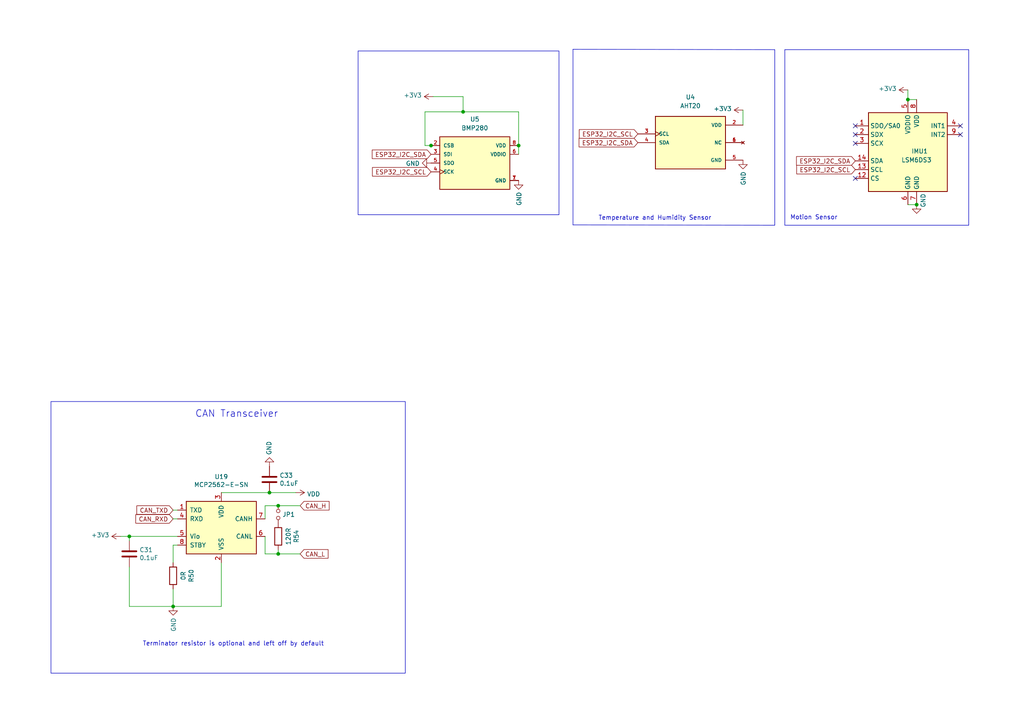
<source format=kicad_sch>
(kicad_sch (version 20230121) (generator eeschema)
  (paper "A4")
  (title_block (title "OPEN ECU") (date "2023-12-14") (rev "12-2023") (company "WWW.AEONLABS.SCIENCE") (comment 1 "https://github.com/aeonSolutions/AeonLabs-AI-Volvo-MKII-Open-Hardware") (comment 2 "Creative Commons Share alike non commercial"))
  (lib_symbols
    (symbol "AeonLabs_Sensors:BMP280" (pin_names (offset 1.016))
      (property "Reference" "U" (at -10.1796 7.6347 0))
      (property "Value" "BMP280" (at -10.1693 -10.1693 0))
      (symbol "BMP280_0_0"
        (rectangle (start -10.16 -7.62) (end 10.16 7.62) (stroke (width 0.254)) (fill (type background)))
        (pin power_in line (at 12.7 -5.08 180) (length 2.54) (name "GND") (number "1"))
        (pin input line (at -12.7 5.08 0) (length 2.54) (name "CSB") (number "2"))
        (pin bidirectional line (at -12.7 2.54 0) (length 2.54) (name "SDI") (number "3"))
        (pin input clock (at -12.7 -2.54 0) (length 2.54) (name "SCK") (number "4"))
        (pin bidirectional line (at -12.7 0 0) (length 2.54) (name "SDO") (number "5"))
        (pin power_in line (at 12.7 2.54 180) (length 2.54) (name "VDDIO") (number "6"))
        (pin power_in line (at 12.7 -5.08 180) (length 2.54) (name "GND") (number "7"))
        (pin power_in line (at 12.7 5.08 180) (length 2.54) (name "VDD") (number "8"))
      )
    )
    (symbol "Device:C" (pin_numbers hide) (pin_names (offset 0.254))
      (property "Reference" "C" (at 0.635 2.54 0))
      (property "Value" "C" (at 0.635 -2.54 0))
      (symbol "C_0_1"
        (polyline (pts (xy -2.032 -0.762) (xy 2.032 -0.762)) (stroke (width 0.508)))
        (polyline (pts (xy -2.032 0.762) (xy 2.032 0.762)) (stroke (width 0.508)))
      )
      (symbol "C_1_1"
        (pin passive line (at 0 3.81 270) (length 2.794) (name "~") (number "1"))
        (pin passive line (at 0 -3.81 90) (length 2.794) (name "~") (number "2"))
      )
    )
    (symbol "Device:Jumper_NO_Small" (pin_numbers hide) (pin_names (offset 0.762) hide)
      (property "Reference" "JP" (at 0 2.032 0))
      (property "Value" "Device_Jumper_NO_Small" (at 0.254 -1.524 0))
      (symbol "Jumper_NO_Small_0_1"
        (circle (center -1.016 0) (radius 0.508))
        (circle (center 1.016 0) (radius 0.508))
        (pin passive line (at -2.54 0 0) (length 1.016) (name "1") (number "1"))
        (pin passive line (at 2.54 0 180) (length 1.016) (name "2") (number "2"))
      )
    )
    (symbol "Device:R" (pin_numbers hide) (pin_names (offset 0))
      (property "Reference" "R" (at 2.032 0 90))
      (property "Value" "R" (at 0 0 90))
      (symbol "R_0_1"
        (rectangle (start -1.016 -2.54) (end 1.016 2.54) (stroke (width 0.254)))
      )
      (symbol "R_1_1"
        (pin passive line (at 0 3.81 270) (length 1.27) (name "~") (number "1"))
        (pin passive line (at 0 -3.81 90) (length 1.27) (name "~") (number "2"))
      )
    )
    (symbol "Interface_CAN_LIN:MCP2562-E-SN" (pin_names (offset 1.016))
      (property "Reference" "U" (at -10.16 8.89 0))
      (property "Value" "MCP2562-E-SN" (at 2.54 8.89 0))
      (symbol "MCP2562-E-SN_0_1"
        (rectangle (start -10.16 7.62) (end 10.16 -7.62) (stroke (width 0.254)) (fill (type background)))
      )
      (symbol "MCP2562-E-SN_1_1"
        (pin input line (at -12.7 5.08 0) (length 2.54) (name "TXD") (number "1"))
        (pin power_in line (at 0 -10.16 90) (length 2.54) (name "VSS") (number "2"))
        (pin power_in line (at 0 10.16 270) (length 2.54) (name "VDD") (number "3"))
        (pin output line (at -12.7 2.54 0) (length 2.54) (name "RXD") (number "4"))
        (pin power_in line (at -12.7 -2.54 0) (length 2.54) (name "Vio") (number "5"))
        (pin bidirectional line (at 12.7 -2.54 180) (length 2.54) (name "CANL") (number "6"))
        (pin bidirectional line (at 12.7 2.54 180) (length 2.54) (name "CANH") (number "7"))
        (pin input line (at -12.7 -5.08 0) (length 2.54) (name "STBY") (number "8"))
      )
    )
    (symbol "Sensor:AHT20" (pin_names (offset 1.016))
      (property "Reference" "U" (at -10.16 8.509 0))
      (property "Value" "AHT20" (at -10.16 -10.16 0))
      (symbol "AHT20_0_0"
        (rectangle (start -10.16 -7.62) (end 10.16 7.62) (stroke (width 0.254)) (fill (type background)))
        (pin no_connect line (at 15.24 0 180) (length 5.08) (name "NC") (number "1"))
        (pin power_in line (at 15.24 5.08 180) (length 5.08) (name "VDD") (number "2"))
        (pin input clock (at -15.24 2.54 0) (length 5.08) (name "SCL") (number "3"))
        (pin bidirectional line (at -15.24 0 0) (length 5.08) (name "SDA") (number "4"))
        (pin power_in line (at 15.24 -5.08 180) (length 5.08) (name "GND") (number "5"))
        (pin no_connect line (at 15.24 0 180) (length 5.08) (name "NC") (number "6"))
      )
    )
    (symbol "Sensor_Motion:LSM6DS3"
      (property "Reference" "U" (at -11.43 15.24 0))
      (property "Value" "LSM6DS3" (at -11.43 12.7 0))
      (symbol "LSM6DS3_0_1"
        (rectangle (start 11.43 11.43) (end -11.43 -11.43) (stroke (width 0.254)) (fill (type background)))
      )
      (symbol "LSM6DS3_1_1"
        (pin bidirectional line (at -15.24 7.62 0) (length 3.81) (name "SDO/SA0") (number "1"))
        (pin no_connect line (at 10.16 -5.08 180) (length 3.81) hide (name "NC") (number "10"))
        (pin no_connect line (at 10.16 -2.54 180) (length 3.81) hide (name "NC") (number "11"))
        (pin input line (at -15.24 -7.62 0) (length 3.81) (name "CS") (number "12"))
        (pin input line (at -15.24 -5.08 0) (length 3.81) (name "SCL") (number "13"))
        (pin bidirectional line (at -15.24 -2.54 0) (length 3.81) (name "SDA") (number "14"))
        (pin bidirectional line (at -15.24 5.08 0) (length 3.81) (name "SDX") (number "2"))
        (pin input line (at -15.24 2.54 0) (length 3.81) (name "SCX") (number "3"))
        (pin output line (at 15.24 7.62 180) (length 3.81) (name "INT1") (number "4"))
        (pin power_in line (at 0 15.24 270) (length 3.81) (name "VDDIO") (number "5"))
        (pin power_in line (at 0 -15.24 90) (length 3.81) (name "GND") (number "6"))
        (pin power_in line (at 2.54 -15.24 90) (length 3.81) (name "GND") (number "7"))
        (pin power_in line (at 2.54 15.24 270) (length 3.81) (name "VDD") (number "8"))
        (pin output line (at 15.24 5.08 180) (length 3.81) (name "INT2") (number "9"))
      )
    )
    (symbol "power:+3V3" (power) (pin_names (offset 0))
      (property "Value" "+3V3" (at 0 3.556 0))
      (symbol "+3V3_0_1"
        (polyline (pts (xy -0.762 1.27) (xy 0 2.54)))
        (polyline (pts (xy 0 0) (xy 0 2.54)))
        (polyline (pts (xy 0 2.54) (xy 0.762 1.27)))
      )
      (symbol "+3V3_1_1"
        (pin power_in line (at 0 0 90) (length 0) hide (name "+3V3") (number "1"))
      )
    )
    (symbol "power:GND" (power) (pin_names (offset 0))
      (property "Value" "GND" (at 0 -3.81 0))
      (symbol "GND_0_1"
        (polyline (pts (xy 0 0) (xy 0 -1.27) (xy 1.27 -1.27) (xy 0 -2.54) (xy -1.27 -1.27) (xy 0 -1.27)))
      )
      (symbol "GND_1_1"
        (pin power_in line (at 0 0 270) (length 0) hide (name "GND") (number "1"))
      )
    )
    (symbol "power:VDD" (power) (pin_names (offset 0))
      (property "Value" "VDD" (at 0 3.81 0))
      (symbol "VDD_0_1"
        (polyline (pts (xy -0.762 1.27) (xy 0 2.54)))
        (polyline (pts (xy 0 0) (xy 0 2.54)))
        (polyline (pts (xy 0 2.54) (xy 0.762 1.27)))
      )
      (symbol "VDD_1_1"
        (pin power_in line (at 0 0 90) (length 0) hide (name "VDD") (number "1"))
      )
    )
  )
  (junction (at 80.6958 146.685))
  (junction (at 80.6958 160.655))
  (junction (at 265.8618 59.3598))
  (junction (at 150.4188 42.2148))
  (junction (at 50.2158 175.895))
  (junction (at 134.3152 32.4358))
  (junction (at 37.5158 155.575))
  (junction (at 78.1558 142.875))
  (junction (at 125.0188 42.2148))
  (junction (at 263.3218 28.8798))
  (no_connect (at 248.0818 51.7398))
  (no_connect (at 248.0818 36.4998))
  (no_connect (at 278.5618 36.4998))
  (no_connect (at 248.0818 41.5798))
  (no_connect (at 278.5618 39.0398))
  (no_connect (at 248.0818 39.0398))
  (polyline (pts (xy 227.6348 65.3288) (xy 227.6348 14.4018)))
  (wire (pts (xy 37.5158 155.575) (xy 51.4858 155.575)))
  (wire (pts (xy 134.3152 32.4358) (xy 150.4188 32.4358)))
  (wire (pts (xy 215.4936 31.9278) (xy 215.4936 36.2966)))
  (wire (pts (xy 265.8618 28.8798) (xy 263.3218 28.8798)))
  (wire (pts (xy 265.8618 59.3598) (xy 263.3218 59.3598)))
  (polyline (pts (xy 227.6348 14.4018) (xy 280.9748 14.4018)))
  (wire (pts (xy 78.1558 142.875) (xy 64.1858 142.875)))
  (wire (pts (xy 34.9758 155.575) (xy 37.5158 155.575)))
  (wire (pts (xy 123.2662 42.2148) (xy 123.2662 32.4358)))
  (wire (pts (xy 80.6958 146.685) (xy 87.0458 146.685)))
  (wire (pts (xy 80.6958 159.385) (xy 80.6958 160.655)))
  (wire (pts (xy 37.5158 156.845) (xy 37.5158 155.575)))
  (wire (pts (xy 125.0442 42.2148) (xy 125.0188 42.2148)))
  (wire (pts (xy 76.8858 160.655) (xy 80.6958 160.655)))
  (wire (pts (xy 123.2662 32.4358) (xy 134.3152 32.4358)))
  (wire (pts (xy 50.2158 150.495) (xy 51.4858 150.495)))
  (polyline (pts (xy 166.1922 14.3002) (xy 224.7138 14.4018)))
  (wire (pts (xy 50.2158 147.955) (xy 51.4858 147.955)))
  (wire (pts (xy 150.4188 32.4358) (xy 150.4188 42.2148)))
  (wire (pts (xy 64.1858 163.195) (xy 64.1858 175.895)))
  (wire (pts (xy 125.603 28.0162) (xy 134.3152 28.0162)))
  (wire (pts (xy 76.8858 155.575) (xy 76.8858 160.655)))
  (wire (pts (xy 50.2158 170.815) (xy 50.2158 175.895)))
  (wire (pts (xy 80.6958 146.685) (xy 76.8858 146.685)))
  (wire (pts (xy 64.1858 175.895) (xy 50.2158 175.895)))
  (wire (pts (xy 134.3152 28.0162) (xy 134.3152 32.4358)))
  (wire (pts (xy 150.4188 42.2148) (xy 150.4188 44.7548)))
  (polyline (pts (xy 166.1922 65.2272) (xy 166.1922 14.3002)))
  (wire (pts (xy 80.6958 160.655) (xy 87.0458 160.655)))
  (polyline (pts (xy 166.1922 65.2272) (xy 224.7138 65.3288)))
  (wire (pts (xy 76.8858 146.685) (xy 76.8858 150.495)))
  (polyline (pts (xy 227.6348 65.3288) (xy 280.9748 65.3288)))
  (wire (pts (xy 50.2158 163.195) (xy 50.2158 158.115)))
  (wire (pts (xy 263.3218 26.0858) (xy 263.3218 28.8798)))
  (wire (pts (xy 37.5158 175.895) (xy 50.2158 175.895)))
  (wire (pts (xy 123.2662 42.2148) (xy 125.0188 42.2148)))
  (polyline (pts (xy 280.9748 14.4018) (xy 280.9748 65.3288)))
  (polyline (pts (xy 224.7138 14.4018) (xy 224.7138 65.3288)))
  (wire (pts (xy 85.7758 142.875) (xy 78.1558 142.875)))
  (wire (pts (xy 50.2158 158.115) (xy 51.4858 158.115)))
  (wire (pts (xy 37.5158 164.465) (xy 37.5158 175.895)))
  (rectangle (start 14.7828 116.459) (end 117.5512 195.2498))
  (rectangle (start 103.8606 14.7828) (end 162.1282 62.2808))
  (text "Temperature and Humidity Sensor" (at 173.5328 64.0588 0) (effects (font (size 1.27 1.27)) (justify left bottom)))
  (text "Terminator resistor is optional and left off by default" (at 41.3512 187.5536 0) (effects (font (size 1.27 1.27)) (justify left bottom)))
  (text "CAN Transceiver" (at 56.5658 121.285 0) (effects (font (size 1.9812 1.9812)) (justify left bottom)))
  (text "Motion Sensor" (at 229.1588 63.9318 0) (effects (font (size 1.27 1.27)) (justify left bottom)))
  (global_label "ESP32_I2C_SDA" (shape input) (at 125.0188 44.7548 180) (property "Intersheetrefs" "${INTERSHEET_REFS}" (effects hide)))
  (global_label "CAN_H" (shape input) (at 87.0458 146.685 0) (property "Intersheetrefs" "${INTERSHEET_REFS}" (effects hide)))
  (global_label "CAN_TXD" (shape input) (at 50.2158 147.955 180) (property "Intersheetrefs" "${INTERSHEET_REFS}" (effects hide)))
  (global_label "CAN_L" (shape input) (at 87.0458 160.655 0) (property "Intersheetrefs" "${INTERSHEET_REFS}" (effects hide)))
  (global_label "ESP32_I2C_SCL" (shape input) (at 125.0188 49.8348 180) (property "Intersheetrefs" "${INTERSHEET_REFS}" (effects hide)))
  (global_label "CAN_RXD" (shape input) (at 50.2158 150.495 180) (property "Intersheetrefs" "${INTERSHEET_REFS}" (effects hide)))
  (global_label "ESP32_I2C_SDA" (shape input) (at 248.0818 46.6598 180) (property "Intersheetrefs" "${INTERSHEET_REFS}" (effects hide)))
  (global_label "ESP32_I2C_SDA" (shape input) (at 185.0136 41.3766 180) (property "Intersheetrefs" "${INTERSHEET_REFS}" (effects hide)))
  (global_label "ESP32_I2C_SCL" (shape input) (at 248.0818 49.1998 180) (property "Intersheetrefs" "${INTERSHEET_REFS}" (effects hide)))
  (global_label "ESP32_I2C_SCL" (shape input) (at 185.0136 38.8366 180) (property "Intersheetrefs" "${INTERSHEET_REFS}" (effects hide)))
  (symbol (lib_id "Interface_CAN_LIN:MCP2562-E-SN") (at 64.1858 153.035 0) (unit 1)
    (property "Reference" "U19" (at 64.1858 138.2776 0))
    (property "Value" "MCP2562-E-SN" (at 64.1858 140.589 0))
    (property "Footprint" "Package_SO:SOIC-8_3.9x4.9mm_P1.27mm" (effects hide))
    (property "Datasheet" "http://ww1.microchip.com/downloads/en/DeviceDoc/25167A.pdf" (effects hide))
    (property "Digikey Part Number" "MCP2562-E/SN-ND" (effects hide))
    (property "Manufacturer_Name" "Microchip Technology" (effects hide))
    (property "Manufacturer_Part_Number" "MCP2562-E/SN" (effects hide))
    (property "URL" "https://www.digikey.com.au/products/en?keywords=MCP2562-E-SN" (effects hide))
  )
  (symbol (lib_id "power:GND") (at 50.2158 175.895 0) (unit 1)
    (property "Reference" "#PWR0175" (effects hide))
    (property "Value" "GND" (at 50.3428 179.1462 90) (effects (justify right)))
  )
  (symbol (lib_id "Device:R") (at 80.6958 155.575 180) (unit 1)
    (property "Reference" "R54" (at 85.9536 155.575 90))
    (property "Value" "120R" (at 83.6422 155.575 90))
    (property "Footprint" "Resistor_SMD:R_0805_2012Metric" (effects hide))
    (property "Manufacturer_Name" "Yageo" (effects hide))
    (property "Manufacturer_Part_Number" "RC0805FR-07120RL" (effects hide))
    (property "URL" "https://www.digikey.com/products/en?keywords=311-120CRCT-ND" (effects hide))
    (property "Digikey Part Number" "311-120CRCT-ND" (effects hide))
  )
  (symbol (lib_id "power:VDD") (at 85.7758 142.875 270) (unit 1)
    (property "Reference" "#PWR0202" (effects hide))
    (property "Value" "VDD" (at 89.027 143.3068 90) (effects (justify left)))
  )
  (symbol (lib_id "Device:C") (at 78.1558 139.065 0) (unit 1)
    (property "Reference" "C33" (at 81.0768 137.8966 0) (effects (justify left)))
    (property "Value" "0.1uF" (at 81.0768 140.208 0) (effects (justify left)))
    (property "Footprint" "Capacitor_SMD:C_0805_2012Metric" (effects hide))
    (property "Digikey Part Number" "311-1140-1-ND" (effects hide))
    (property "Manufacturer_Name" "Yageo" (effects hide))
    (property "Manufacturer_Part_Number" "CC0805KRX7R9BB104" (effects hide))
    (property "URL" "https://www.digikey.com.au/product-detail/en/yageo/CC0805KRX7R9BB104/311-1140-1-ND/303050" (effects hide))
  )
  (symbol (lib_id "power:GND") (at 78.1558 135.255 180) (unit 1)
    (property "Reference" "#PWR0203" (effects hide))
    (property "Value" "GND" (at 78.0288 132.0038 90) (effects (justify right)))
  )
  (symbol (lib_id "Device:C") (at 37.5158 160.655 0) (unit 1)
    (property "Reference" "C31" (at 40.4368 159.4866 0) (effects (justify left)))
    (property "Value" "0.1uF" (at 40.4368 161.798 0) (effects (justify left)))
    (property "Footprint" "Capacitor_SMD:C_0805_2012Metric" (effects hide))
    (property "Digikey Part Number" "311-1140-1-ND" (effects hide))
    (property "Manufacturer_Name" "Yageo" (effects hide))
    (property "Manufacturer_Part_Number" "CC0805KRX7R9BB104" (effects hide))
    (property "URL" "https://www.digikey.com.au/product-detail/en/yageo/CC0805KRX7R9BB104/311-1140-1-ND/303050" (effects hide))
  )
  (symbol (lib_id "power:+3V3") (at 34.9758 155.575 90) (unit 1)
    (property "Reference" "#PWR0204" (effects hide))
    (property "Value" "+3V3" (at 31.7246 155.194 90) (effects (justify left)))
  )
  (symbol (lib_id "Device:R") (at 50.2158 167.005 180) (unit 1)
    (property "Reference" "R50" (at 55.4736 167.005 90))
    (property "Value" "0R" (at 53.1622 167.005 90))
    (property "Footprint" "Resistor_SMD:R_0805_2012Metric" (effects hide))
    (property "Manufacturer_Name" "Yageo" (effects hide))
    (property "Manufacturer_Part_Number" "RC0805JR-070RL" (effects hide))
    (property "URL" "https://www.digikey.com.au/product-detail/en/yageo/RC0805JR-070RL/311-0.0ARCT-ND/731163" (effects hide))
    (property "Digikey Part Number" "311-0.0ARCT-ND" (effects hide))
  )
  (symbol (lib_id "Device:Jumper_NO_Small") (at 80.6958 149.225 270) (unit 1)
    (property "Reference" "JP1" (at 81.915 149.225 90) (effects (justify left)))
    (property "Value" "Jumper_NO_Small" (effects hide))
    (property "Footprint" "Jumper:SolderJumper-2_P1.3mm_Open_Pad1.0x1.5mm" (effects hide))
  )
  (symbol (lib_id "power:+3V3") (at 215.4936 31.9278 90) (unit 1)
    (property "Reference" "#PWR096" (effects hide))
    (property "Value" "+3V3" (at 212.2424 31.5468 90) (effects (justify left)))
  )
  (symbol (lib_id "power:GND") (at 125.0188 47.2948 270) (unit 1)
    (property "Reference" "#PWR091" (effects hide))
    (property "Value" "GND" (at 121.7676 47.4218 90) (effects (justify right)))
  )
  (symbol (lib_id "Sensor_Motion:LSM6DS3") (at 263.3218 44.1198 0) (unit 1)
    (property "Reference" "IMU1" (at 264.3378 43.8658 0) (effects (justify left)))
    (property "Value" "LSM6DS3" (at 261.4168 46.4058 0) (effects (justify left)))
    (property "Footprint" "AeonLabs_Sensors:LSM6DS3 Motion Sensor PQFN50P300X250X86-14N" (effects hide))
    (property "Datasheet" "www.st.com/resource/en/datasheet/lsm6ds3.pdf" (effects hide))
    (instances (project "LDAD_ATOM _PRO _LCD _ABS_Enclosure_52x48_16bit" (path "" (reference "IMU1") (unit 1))) (project "OEM_ECU" (path "" (reference "IMU2") (unit 1))))
  )
  (symbol (lib_id "power:GND") (at 215.4936 46.4566 0) (unit 1)
    (property "Reference" "#PWR093" (effects hide))
    (property "Value" "GND" (at 215.6206 49.7078 90) (effects (justify right)))
  )
  (symbol (lib_id "power:GND") (at 150.4188 52.3748 0) (unit 1)
    (property "Reference" "#PWR090" (effects hide))
    (property "Value" "GND" (at 150.5458 55.626 90) (effects (justify right)))
  )
  (symbol (lib_id "power:+3V3") (at 263.3218 26.0858 90) (unit 1)
    (property "Reference" "#PWR095" (effects hide))
    (property "Value" "+3V3" (at 260.0706 25.7048 90) (effects (justify left)))
  )
  (symbol (lib_id "power:GND") (at 265.8618 59.3598 0) (unit 1)
    (property "Reference" "#PWR094" (effects hide))
    (property "Value" "GND" (at 267.7668 56.1086 90) (effects (justify right)))
  )
  (symbol (lib_id "power:+3V3") (at 125.603 28.0162 90) (unit 1)
    (property "Reference" "#PWR097" (effects hide))
    (property "Value" "+3V3" (at 122.3518 27.6352 90) (effects (justify left)))
  )
  (symbol (lib_id "AeonLabs_Sensors:BMP280") (at 137.7188 47.2948 0) (unit 1)
    (property "Reference" "U5" (at 137.7188 34.5948 0))
    (property "Value" "BMP280" (at 137.7188 37.1348 0))
    (property "Footprint" "AeonLabs_Sensors:XDCR_BMP280" (effects hide))
    (property "MF" "Bosch" (effects hide))
    (property "Description" "\nPressure Sensor 4.35PSI ~ 15.95PSI (30kPa ~ 110kPa) Absolute - 16b 8-SMD\n" (effects hide))
    (property "Package" "SMD-8 Bosch Sensortec" (effects hide))
    (property "Price" "None" (effects hide))
    (property "Check_prices" "https://www.snapeda.com/parts/BMP280/Bosch+Sensortec/view-part/?ref=eda" (effects hide))
    (property "PART_REV" "1.19" (effects hide))
    (property "STANDARD" "MANUFACTURER RECOMMENDATIONS" (effects hide))
    (property "SnapEDA_Link" "https://www.snapeda.com/parts/BMP280/Bosch+Sensortec/view-part/?ref=snap" (effects hide))
    (property "MP" "BMP280" (effects hide))
    (property "Purchase-URL" "https://pricing.snapeda.com/search?q=BMP280&ref=eda" (effects hide))
    (property "Availability" "In Stock" (effects hide))
    (property "MANUFACTURER" "Bosch" (effects hide))
    (instances (project "LK-S35 Some & Fire Monitor Device" (path "" (reference "U5") (unit 1))) (project "LDAD_ATOM _PRO _LCD _ABS_Enclosure_52x48_16bit" (path "" (reference "U7") (unit 1))) (project "OEM_ECU" (path "" (reference "U9") (unit 1))))
  )
  (symbol (lib_id "Sensor:AHT20") (at 200.2536 41.3766 0) (unit 1)
    (property "Reference" "U4" (at 200.2536 28.1686 0))
    (property "Value" "AHT20" (at 200.2536 30.7086 0))
    (property "Footprint" "AeonLabs_Sensors:AHT20 PSON100P300X300X110-6N" (effects hide))
    (property "STANDARD" "IPC 7351B" (effects hide))
    (property "MAXIMUM_PACKAGE_HEIGHT" "1.1mm" (effects hide))
    (property "PARTREV" "V1.0" (effects hide))
    (property "MANUFACTURER" "Asair" (effects hide))
    (instances (project "LDAD_ATOM _PRO _LCD _ABS_Enclosure_52x48_16bit" (path "" (reference "U4") (unit 1))) (project "OEM_ECU" (path "" (reference "U21") (unit 1))))
  )
)
</source>
